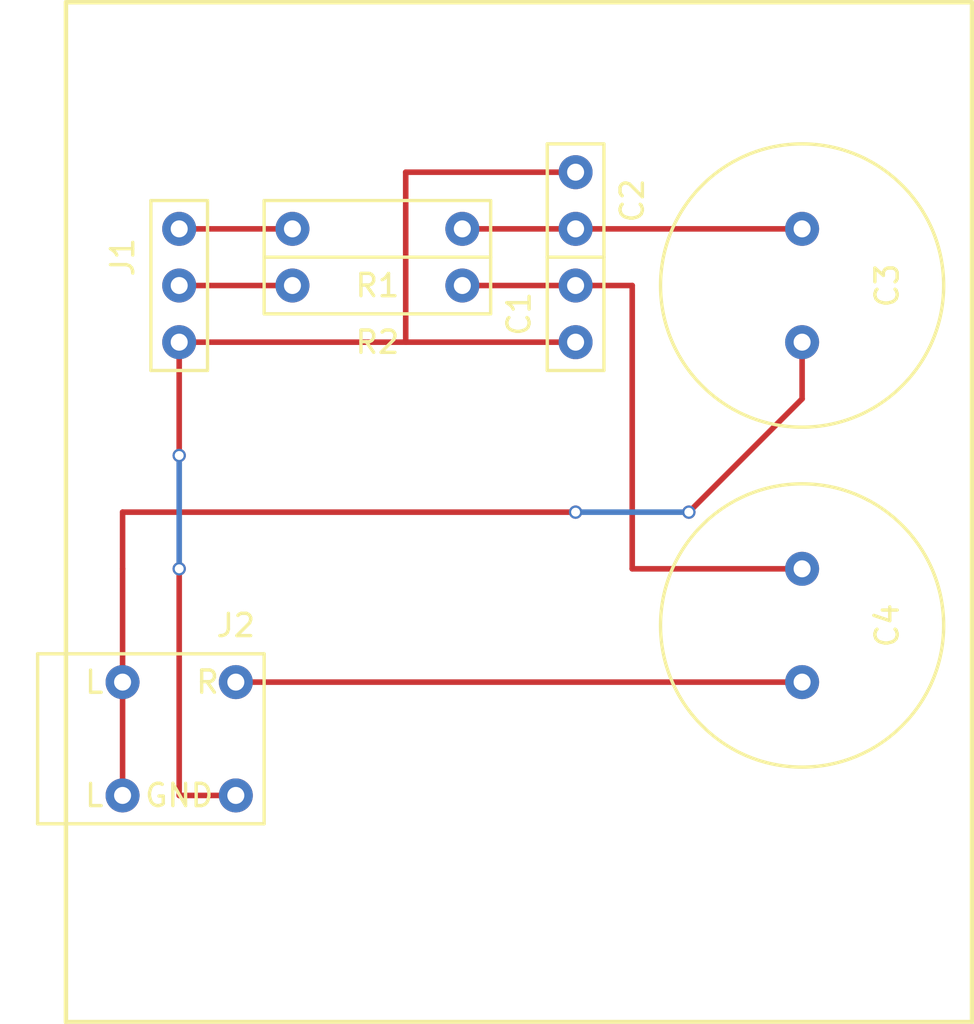
<source format=kicad_pcb>
(kicad_pcb (version 20221018) (generator pcbnew)
  (layers (0 "F.Cu" signal) (31 "B.Cu" signal) (34 "B.Paste" user) (35 "F.Paste" user) (36 "B.SilkS" user "B.Silkscreen") (37 "F.SilkS" user "F.Silkscreen") (38 "B.Mask" user) (39 "F.Mask" user) (44 "Edge.Cuts" user))
  (net 0 "")
  (net 1 "Net-(C1-Pad1)")
  (net 2 "GND")
  (net 3 "Net-(C2-Pad1)")
  (net 4 "Net-(C3-Pad1)")
  (net 5 "Net-(C4-Pad1)")
  (net 6 "Net-(J1-Pad1)")
  (net 7 "Net-(J1-Pad2)")
  (footprint "mcu:Capacitor" (layer "F.Cu") (at 166.37 86.36 -90)
    (fp_text reference "C1" (at 0 2.54 270) (layer "F.SilkS"))
    (fp_text value "0.1u")
    (fp_line (start -2.54 -1.27) (end -2.54 1.27) (stroke (width 0.15)) (layer "F.SilkS"))
    (fp_line (start -2.54 1.27) (end 2.54 1.27) (stroke (width 0.15)) (layer "F.SilkS"))
    (fp_line (start 2.54 -1.27) (end -2.54 -1.27) (stroke (width 0.15)) (layer "F.SilkS"))
    (fp_line (start 2.54 1.27) (end 2.54 -1.27) (stroke (width 0.15)) (layer "F.SilkS"))
    (pad "1" thru_hole circle (at -1.27 0 270) (size 1.524 1.524) (drill 0.762) (layers "*.Cu" "*.Mask") (net 1 "Net-(C1-Pad1)"))
    (pad "2" thru_hole circle (at 1.27 0 270) (size 1.524 1.524) (drill 0.762) (layers "*.Cu" "*.Mask") (net 2 "GND"))
  )
  (footprint "mcu:Capacitor" (layer "F.Cu") (at 166.37 81.28 90)
    (fp_text reference "C2" (at 0 2.54 90) (layer "F.SilkS"))
    (fp_text value "0.1u")
    (fp_line (start -2.54 -1.27) (end -2.54 1.27) (stroke (width 0.15)) (layer "F.SilkS"))
    (fp_line (start -2.54 1.27) (end 2.54 1.27) (stroke (width 0.15)) (layer "F.SilkS"))
    (fp_line (start 2.54 -1.27) (end -2.54 -1.27) (stroke (width 0.15)) (layer "F.SilkS"))
    (fp_line (start 2.54 1.27) (end 2.54 -1.27) (stroke (width 0.15)) (layer "F.SilkS"))
    (pad "1" thru_hole circle (at -1.27 0 90) (size 1.524 1.524) (drill 0.762) (layers "*.Cu" "*.Mask") (net 3 "Net-(C2-Pad1)"))
    (pad "2" thru_hole circle (at 1.27 0 90) (size 1.524 1.524) (drill 0.762) (layers "*.Cu" "*.Mask") (net 2 "GND"))
  )
  (footprint "mcu:audio_capacitor" (layer "F.Cu") (at 176.53 85.09 90)
    (fp_text reference "C3" (at 0 3.81 90) (layer "F.SilkS"))
    (fp_text value "220u")
    (fp_circle (center 0 0) (end 6.35 0) (stroke (width 0.15)) (fill none) (layer "F.SilkS"))
    (pad "1" thru_hole circle (at -2.54 0 90) (size 1.524 1.524) (drill 0.762) (layers "*.Cu" "*.Mask") (net 4 "Net-(C3-Pad1)"))
    (pad "2" thru_hole circle (at 2.54 0 90) (size 1.524 1.524) (drill 0.762) (layers "*.Cu" "*.Mask") (net 3 "Net-(C2-Pad1)"))
  )
  (footprint "mcu:audio_capacitor" (layer "F.Cu") (at 176.53 100.33 90)
    (fp_text reference "C4" (at 0 3.81 90) (layer "F.SilkS"))
    (fp_text value "220u")
    (fp_circle (center 0 0) (end 6.35 0) (stroke (width 0.15)) (fill none) (layer "F.SilkS"))
    (pad "1" thru_hole circle (at -2.54 0 90) (size 1.524 1.524) (drill 0.762) (layers "*.Cu" "*.Mask") (net 5 "Net-(C4-Pad1)"))
    (pad "2" thru_hole circle (at 2.54 0 90) (size 1.524 1.524) (drill 0.762) (layers "*.Cu" "*.Mask") (net 1 "Net-(C1-Pad1)"))
  )
  (footprint "mcu:Pin_Header_3P" (layer "F.Cu") (at 148.59 85.09 -90)
    (fp_text reference "J1" (at -1.27 2.54 270) (layer "F.SilkS"))
    (fp_text value "Conn_01x03_Male")
    (fp_line (start -3.81 -1.27) (end -3.81 1.27) (stroke (width 0.15)) (layer "F.SilkS"))
    (fp_line (start -3.81 -1.27) (end 3.81 -1.27) (stroke (width 0.15)) (layer "F.SilkS"))
    (fp_line (start 3.81 -1.27) (end 3.81 1.27) (stroke (width 0.15)) (layer "F.SilkS"))
    (fp_line (start 3.81 1.27) (end -3.81 1.27) (stroke (width 0.15)) (layer "F.SilkS"))
    (pad "1" thru_hole circle (at -2.54 0 270) (size 1.524 1.524) (drill 0.762) (layers "*.Cu" "*.Mask") (net 6 "Net-(J1-Pad1)"))
    (pad "2" thru_hole circle (at 0 0 270) (size 1.524 1.524) (drill 0.762) (layers "*.Cu" "*.Mask") (net 7 "Net-(J1-Pad2)"))
    (pad "3" thru_hole circle (at 2.54 0 270) (size 1.524 1.524) (drill 0.762) (layers "*.Cu" "*.Mask") (net 2 "GND"))
  )
  (footprint "mcu:audio_jack_3.5mm" (layer "F.Cu") (at 148.59 106.68 180)
    (fp_text reference "J2" (at -2.54 6.35 180) (layer "F.SilkS"))
    (fp_text value "Conn_01x03_Male")
    (fp_text user "L" (at 3.81 3.81 180) (layer "F.SilkS"))
    (fp_text user "R" (at -1.27 3.81 180) (layer "F.SilkS"))
    (fp_text user "L" (at 3.81 -1.27 180) (layer "F.SilkS"))
    (fp_text user "GND" (at 0 -1.27 180) (layer "F.SilkS"))
    (fp_line (start -3.81 -2.54) (end -3.81 5.08) (stroke (width 0.15)) (layer "F.SilkS"))
    (fp_line (start -3.81 5.08) (end 6.35 5.08) (stroke (width 0.15)) (layer "F.SilkS"))
    (fp_line (start 6.35 -2.54) (end -3.81 -2.54) (stroke (width 0.15)) (layer "F.SilkS"))
    (fp_line (start 6.35 5.08) (end 6.35 -2.54) (stroke (width 0.15)) (layer "F.SilkS"))
    (pad "1" thru_hole circle (at -2.54 -1.27 180) (size 1.524 1.524) (drill 0.762) (layers "*.Cu" "*.Mask") (net 2 "GND"))
    (pad "2" thru_hole circle (at -2.54 3.81 180) (size 1.524 1.524) (drill 0.762) (layers "*.Cu" "*.Mask") (net 5 "Net-(C4-Pad1)"))
    (pad "3" thru_hole circle (at 2.54 -1.27 180) (size 1.524 1.524) (drill 0.762) (layers "*.Cu" "*.Mask") (net 4 "Net-(C3-Pad1)"))
    (pad "3" thru_hole circle (at 2.54 3.81 180) (size 1.524 1.524) (drill 0.762) (layers "*.Cu" "*.Mask") (net 4 "Net-(C3-Pad1)"))
  )
  (footprint "mcu:Register" (layer "F.Cu") (at 157.48 82.55 180)
    (fp_text reference "R1" (at 0 -2.54 180) (layer "F.SilkS"))
    (fp_text value "120")
    (fp_line (start -5.08 -1.27) (end -5.08 1.27) (stroke (width 0.15)) (layer "F.SilkS"))
    (fp_line (start -5.08 -1.27) (end 5.08 -1.27) (stroke (width 0.15)) (layer "F.SilkS"))
    (fp_line (start -5.08 1.27) (end 5.08 1.27) (stroke (width 0.15)) (layer "F.SilkS"))
    (fp_line (start 5.08 1.27) (end 5.08 -1.27) (stroke (width 0.15)) (layer "F.SilkS"))
    (pad "1" thru_hole circle (at -3.81 0 180) (size 1.524 1.524) (drill 0.762) (layers "*.Cu" "*.Mask") (net 3 "Net-(C2-Pad1)"))
    (pad "2" thru_hole circle (at 3.81 0 180) (size 1.524 1.524) (drill 0.762) (layers "*.Cu" "*.Mask") (net 6 "Net-(J1-Pad1)"))
  )
  (footprint "mcu:Register" (layer "F.Cu") (at 157.48 85.09 180)
    (fp_text reference "R2" (at 0 -2.54 180) (layer "F.SilkS"))
    (fp_text value "120")
    (fp_line (start -5.08 -1.27) (end -5.08 1.27) (stroke (width 0.15)) (layer "F.SilkS"))
    (fp_line (start -5.08 -1.27) (end 5.08 -1.27) (stroke (width 0.15)) (layer "F.SilkS"))
    (fp_line (start -5.08 1.27) (end 5.08 1.27) (stroke (width 0.15)) (layer "F.SilkS"))
    (fp_line (start 5.08 1.27) (end 5.08 -1.27) (stroke (width 0.15)) (layer "F.SilkS"))
    (pad "1" thru_hole circle (at -3.81 0 180) (size 1.524 1.524) (drill 0.762) (layers "*.Cu" "*.Mask") (net 1 "Net-(C1-Pad1)"))
    (pad "2" thru_hole circle (at 3.81 0 180) (size 1.524 1.524) (drill 0.762) (layers "*.Cu" "*.Mask") (net 7 "Net-(J1-Pad2)"))
  )
  (gr_line (start 143.51 118.11) (end 184.15 118.11) (stroke (width 0.2)) (layer "F.SilkS"))
  (gr_line (start 184.15 118.11) (end 184.15 72.39) (stroke (width 0.2)) (layer "F.SilkS"))
  (gr_line (start 143.51 72.39) (end 143.51 118.11) (stroke (width 0.2)) (layer "F.SilkS"))
  (gr_line (start 184.15 72.39) (end 143.51 72.39) (stroke (width 0.2)) (layer "F.SilkS"))
  (segment (start 168.91 85.09) (end 168.91 97.79) (width 0.25) (layer "F.Cu") (net 1))
  (segment (start 168.91 97.79) (end 176.53 97.79) (width 0.25) (layer "F.Cu") (net 1))
  (segment (start 161.29 85.09) (end 166.37 85.09) (width 0.25) (layer "F.Cu") (net 1))
  (segment (start 166.37 85.09) (end 168.91 85.09) (width 0.25) (layer "F.Cu") (net 1))
  (segment (start 158.75 87.63) (end 148.59 87.63) (width 0.25) (layer "F.Cu") (net 2))
  (segment (start 158.75 80.01) (end 166.37 80.01) (width 0.25) (layer "F.Cu") (net 2))
  (segment (start 148.59 97.79) (end 148.59 107.95) (width 0.25) (layer "F.Cu") (net 2))
  (segment (start 148.59 107.95) (end 151.13 107.95) (width 0.25) (layer "F.Cu") (net 2))
  (segment (start 166.37 87.63) (end 158.75 87.63) (width 0.25) (layer "F.Cu") (net 2))
  (segment (start 148.59 87.63) (end 148.59 92.71) (width 0.25) (layer "F.Cu") (net 2))
  (segment (start 158.75 87.63) (end 158.75 80.01) (width 0.25) (layer "F.Cu") (net 2))
  (via (at 148.59 97.79) (size 0.6) (drill 0.4) (layers "F.Cu" "B.Cu") (net 2))
  (via (at 148.59 92.71) (size 0.6) (drill 0.4) (layers "F.Cu" "B.Cu") (net 2))
  (segment (start 148.59 92.71) (end 148.59 97.79) (width 0.25) (layer "B.Cu") (net 2))
  (segment (start 161.29 82.55) (end 166.37 82.55) (width 0.25) (layer "F.Cu") (net 3))
  (segment (start 166.37 82.55) (end 176.53 82.55) (width 0.25) (layer "F.Cu") (net 3))
  (segment (start 146.05 97.79) (end 146.05 95.25) (width 0.25) (layer "F.Cu") (net 4))
  (segment (start 146.05 95.25) (end 166.37 95.25) (width 0.25) (layer "F.Cu") (net 4))
  (segment (start 171.45 95.25) (end 176.53 90.17) (width 0.25) (layer "F.Cu") (net 4))
  (segment (start 176.53 90.17) (end 176.53 87.63) (width 0.25) (layer "F.Cu") (net 4))
  (segment (start 146.05 102.87) (end 146.05 97.79) (width 0.25) (layer "F.Cu") (net 4))
  (segment (start 146.05 107.95) (end 146.05 102.87) (width 0.25) (layer "F.Cu") (net 4))
  (via (at 166.37 95.25) (size 0.6) (drill 0.4) (layers "F.Cu" "B.Cu") (net 4))
  (via (at 171.45 95.25) (size 0.6) (drill 0.4) (layers "F.Cu" "B.Cu") (net 4))
  (segment (start 166.37 95.25) (end 171.45 95.25) (width 0.25) (layer "B.Cu") (net 4))
  (segment (start 176.53 102.87) (end 151.13 102.87) (width 0.25) (layer "F.Cu") (net 5))
  (segment (start 148.59 82.55) (end 153.67 82.55) (width 0.25) (layer "F.Cu") (net 6))
  (segment (start 148.59 85.09) (end 153.67 85.09) (width 0.25) (layer "F.Cu") (net 7))
)
</source>
